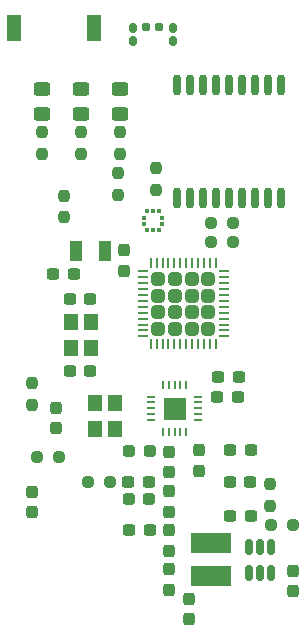
<source format=gbr>
%TF.GenerationSoftware,KiCad,Pcbnew,8.0.9-1.fc41*%
%TF.CreationDate,2025-08-22T18:06:54-04:00*%
%TF.ProjectId,OS-41,4f532d34-312e-46b6-9963-61645f706362,rev?*%
%TF.SameCoordinates,Original*%
%TF.FileFunction,Paste,Top*%
%TF.FilePolarity,Positive*%
%FSLAX46Y46*%
G04 Gerber Fmt 4.6, Leading zero omitted, Abs format (unit mm)*
G04 Created by KiCad (PCBNEW 8.0.9-1.fc41) date 2025-08-22 18:06:54*
%MOMM*%
%LPD*%
G01*
G04 APERTURE LIST*
G04 Aperture macros list*
%AMRoundRect*
0 Rectangle with rounded corners*
0 $1 Rounding radius*
0 $2 $3 $4 $5 $6 $7 $8 $9 X,Y pos of 4 corners*
0 Add a 4 corners polygon primitive as box body*
4,1,4,$2,$3,$4,$5,$6,$7,$8,$9,$2,$3,0*
0 Add four circle primitives for the rounded corners*
1,1,$1+$1,$2,$3*
1,1,$1+$1,$4,$5*
1,1,$1+$1,$6,$7*
1,1,$1+$1,$8,$9*
0 Add four rect primitives between the rounded corners*
20,1,$1+$1,$2,$3,$4,$5,0*
20,1,$1+$1,$4,$5,$6,$7,0*
20,1,$1+$1,$6,$7,$8,$9,0*
20,1,$1+$1,$8,$9,$2,$3,0*%
G04 Aperture macros list end*
%ADD10C,0.010000*%
%ADD11RoundRect,0.237500X-0.300000X-0.237500X0.300000X-0.237500X0.300000X0.237500X-0.300000X0.237500X0*%
%ADD12RoundRect,0.062500X0.062500X-0.287500X0.062500X0.287500X-0.062500X0.287500X-0.062500X-0.287500X0*%
%ADD13RoundRect,0.062500X0.287500X-0.062500X0.287500X0.062500X-0.287500X0.062500X-0.287500X-0.062500X0*%
%ADD14RoundRect,0.237500X-0.237500X0.250000X-0.237500X-0.250000X0.237500X-0.250000X0.237500X0.250000X0*%
%ADD15RoundRect,0.237500X-0.237500X0.287500X-0.237500X-0.287500X0.237500X-0.287500X0.237500X0.287500X0*%
%ADD16RoundRect,0.237500X0.237500X-0.250000X0.237500X0.250000X-0.237500X0.250000X-0.237500X-0.250000X0*%
%ADD17R,1.200000X1.400000*%
%ADD18RoundRect,0.160000X0.160000X-0.222500X0.160000X0.222500X-0.160000X0.222500X-0.160000X-0.222500X0*%
%ADD19R,3.500000X1.750000*%
%ADD20RoundRect,0.250000X-0.450000X0.325000X-0.450000X-0.325000X0.450000X-0.325000X0.450000X0.325000X0*%
%ADD21RoundRect,0.237500X0.300000X0.237500X-0.300000X0.237500X-0.300000X-0.237500X0.300000X-0.237500X0*%
%ADD22R,0.300000X0.300000*%
%ADD23RoundRect,0.150000X0.150000X-0.512500X0.150000X0.512500X-0.150000X0.512500X-0.150000X-0.512500X0*%
%ADD24RoundRect,0.237500X-0.250000X-0.237500X0.250000X-0.237500X0.250000X0.237500X-0.250000X0.237500X0*%
%ADD25RoundRect,0.237500X0.237500X-0.300000X0.237500X0.300000X-0.237500X0.300000X-0.237500X-0.300000X0*%
%ADD26R,1.000000X1.800000*%
%ADD27RoundRect,0.237500X0.250000X0.237500X-0.250000X0.237500X-0.250000X-0.237500X0.250000X-0.237500X0*%
%ADD28O,0.700000X1.770000*%
%ADD29RoundRect,0.237500X-0.237500X0.300000X-0.237500X-0.300000X0.237500X-0.300000X0.237500X0.300000X0*%
%ADD30RoundRect,0.250000X-0.315000X-0.315000X0.315000X-0.315000X0.315000X0.315000X-0.315000X0.315000X0*%
%ADD31RoundRect,0.062500X-0.375000X-0.062500X0.375000X-0.062500X0.375000X0.062500X-0.375000X0.062500X0*%
%ADD32RoundRect,0.062500X-0.062500X-0.375000X0.062500X-0.375000X0.062500X0.375000X-0.062500X0.375000X0*%
%ADD33R,1.168400X2.209800*%
%ADD34RoundRect,0.237500X-0.287500X-0.237500X0.287500X-0.237500X0.287500X0.237500X-0.287500X0.237500X0*%
%ADD35RoundRect,0.237500X0.237500X-0.287500X0.237500X0.287500X-0.237500X0.287500X-0.237500X-0.287500X0*%
%ADD36RoundRect,0.155000X0.212500X0.155000X-0.212500X0.155000X-0.212500X-0.155000X0.212500X-0.155000X0*%
G04 APERTURE END LIST*
D10*
%TO.C,U2*%
X139856597Y-114756597D02*
X138145000Y-114756597D01*
X138145000Y-113045000D01*
X139856597Y-113045000D01*
X139856597Y-114756597D01*
G36*
X139856597Y-114756597D02*
G01*
X138145000Y-114756597D01*
X138145000Y-113045000D01*
X139856597Y-113045000D01*
X139856597Y-114756597D01*
G37*
%TD*%
D11*
%TO.C,C2*%
X135175000Y-124200000D03*
X136900000Y-124200000D03*
%TD*%
D12*
%TO.C,U2*%
X138000000Y-115875000D03*
X138500000Y-115875000D03*
X139000000Y-115875000D03*
X139500000Y-115875000D03*
X140000000Y-115875000D03*
D13*
X140975000Y-114900000D03*
X140975000Y-114400000D03*
X140975000Y-113900000D03*
X140975000Y-113400000D03*
X140975000Y-112900000D03*
D12*
X140000000Y-111925000D03*
X139500000Y-111925000D03*
X139000000Y-111925000D03*
X138500000Y-111925000D03*
X138000000Y-111925000D03*
D13*
X137025000Y-112900000D03*
X137025000Y-113400000D03*
X137025000Y-113900000D03*
X137025000Y-114400000D03*
X137025000Y-114900000D03*
%TD*%
D14*
%TO.C,R13*%
X134200000Y-93987500D03*
X134200000Y-95812500D03*
%TD*%
D15*
%TO.C,L3*%
X138500000Y-120925001D03*
X138500000Y-122674999D03*
%TD*%
%TO.C,L4*%
X138500000Y-124225001D03*
X138500000Y-125974999D03*
%TD*%
D16*
%TO.C,R5*%
X129600000Y-97712500D03*
X129600000Y-95887500D03*
%TD*%
D17*
%TO.C,Y1*%
X131900000Y-108800000D03*
X131900000Y-106600000D03*
X130200000Y-106600000D03*
X130200000Y-108800000D03*
%TD*%
D14*
%TO.C,R7*%
X126900000Y-111775000D03*
X126900000Y-113600000D03*
%TD*%
D11*
%TO.C,C8*%
X142637500Y-112900000D03*
X144362500Y-112900000D03*
%TD*%
D18*
%TO.C,L9*%
X138850000Y-82822501D03*
X138850000Y-81677499D03*
%TD*%
D19*
%TO.C,L6*%
X142100000Y-125330000D03*
X142100000Y-128070000D03*
%TD*%
D20*
%TO.C,D1*%
X127800000Y-86900002D03*
X127800000Y-88950000D03*
%TD*%
D21*
%TO.C,C13*%
X145462501Y-117400000D03*
X143737499Y-117400000D03*
%TD*%
D22*
%TO.C,U6*%
X136420000Y-97750000D03*
X136420000Y-98250000D03*
X136700000Y-98780000D03*
X137200000Y-98780000D03*
X137700000Y-98780000D03*
X137980000Y-98250000D03*
X137980000Y-97750000D03*
X137700000Y-97220000D03*
X137200000Y-97220000D03*
X136700000Y-97220000D03*
%TD*%
D20*
%TO.C,D3*%
X134400000Y-86900002D03*
X134400000Y-88950000D03*
%TD*%
D11*
%TO.C,C9*%
X142700000Y-111200000D03*
X144425000Y-111200000D03*
%TD*%
D23*
%TO.C,U3*%
X145265002Y-127875000D03*
X146215001Y-127875000D03*
X147165000Y-127875000D03*
X147165000Y-125600000D03*
X146215001Y-125600000D03*
X145265002Y-125600000D03*
%TD*%
D24*
%TO.C,R4*%
X147175000Y-123800000D03*
X149000000Y-123800000D03*
%TD*%
D21*
%TO.C,C12*%
X145425001Y-120100000D03*
X143699999Y-120100000D03*
%TD*%
D25*
%TO.C,C3*%
X140200000Y-131762501D03*
X140200000Y-130037499D03*
%TD*%
D21*
%TO.C,C23*%
X131862501Y-110700000D03*
X130137499Y-110700000D03*
%TD*%
D25*
%TO.C,C11*%
X141100000Y-119162501D03*
X141100000Y-117437499D03*
%TD*%
D26*
%TO.C,Y2*%
X130650001Y-100600000D03*
X133149999Y-100600000D03*
%TD*%
D11*
%TO.C,C1*%
X135100000Y-120100000D03*
X136825000Y-120100000D03*
%TD*%
D25*
%TO.C,C5*%
X149000000Y-129362501D03*
X149000000Y-127637499D03*
%TD*%
D27*
%TO.C,R6*%
X129200000Y-118000000D03*
X127375000Y-118000000D03*
%TD*%
D11*
%TO.C,C24*%
X130137500Y-104600000D03*
X131862500Y-104600000D03*
%TD*%
D28*
%TO.C,U4*%
X139200000Y-96120001D03*
X140300000Y-96120001D03*
X141400000Y-96120002D03*
X142500000Y-96120001D03*
X143600000Y-96120002D03*
X144700000Y-96120001D03*
X145800000Y-96120002D03*
X146900000Y-96120001D03*
X148000000Y-96120001D03*
X148000000Y-86500001D03*
X146900000Y-86500001D03*
X145800000Y-86500000D03*
X144700000Y-86500001D03*
X143600000Y-86500000D03*
X142500000Y-86500001D03*
X141400000Y-86500000D03*
X140300000Y-86500001D03*
X139200000Y-86500001D03*
%TD*%
D29*
%TO.C,C22*%
X126900000Y-120937499D03*
X126900000Y-122662501D03*
%TD*%
D21*
%TO.C,C25*%
X130462501Y-102500000D03*
X128737499Y-102500000D03*
%TD*%
D30*
%TO.C,U7*%
X137637500Y-102950000D03*
X137637500Y-104350000D03*
X137637500Y-105750000D03*
X137637500Y-107150000D03*
X139037500Y-102950000D03*
X139037500Y-104350000D03*
X139037500Y-105750000D03*
X139037500Y-107150000D03*
X140437500Y-102950000D03*
X140437500Y-104350000D03*
X140437500Y-105750000D03*
X140437500Y-107150000D03*
X141837500Y-102950000D03*
X141837500Y-104350000D03*
X141837500Y-105750000D03*
X141837500Y-107150000D03*
D31*
X136300000Y-102300000D03*
X136300000Y-102800000D03*
X136300000Y-103300000D03*
X136300000Y-103800000D03*
X136300000Y-104300000D03*
X136300000Y-104800000D03*
X136300000Y-105300000D03*
X136300000Y-105800000D03*
X136300000Y-106300000D03*
X136300000Y-106800000D03*
X136300000Y-107300000D03*
X136300000Y-107800000D03*
D32*
X136987500Y-108487500D03*
X137487500Y-108487500D03*
X137987500Y-108487500D03*
X138487500Y-108487500D03*
X138987500Y-108487500D03*
X139487500Y-108487500D03*
X139987500Y-108487500D03*
X140487500Y-108487500D03*
X140987500Y-108487500D03*
X141487500Y-108487500D03*
X141987500Y-108487500D03*
X142487500Y-108487500D03*
D31*
X143175000Y-107800000D03*
X143175000Y-107300000D03*
X143175000Y-106800000D03*
X143175000Y-106300000D03*
X143175000Y-105800000D03*
X143175000Y-105300000D03*
X143175000Y-104800000D03*
X143175000Y-104300000D03*
X143175000Y-103800000D03*
X143175000Y-103300000D03*
X143175000Y-102800000D03*
X143175000Y-102300000D03*
D32*
X142487500Y-101612500D03*
X141987500Y-101612500D03*
X141487500Y-101612500D03*
X140987500Y-101612500D03*
X140487500Y-101612500D03*
X139987500Y-101612500D03*
X139487500Y-101612500D03*
X138987500Y-101612500D03*
X138487500Y-101612500D03*
X137987500Y-101612500D03*
X137487500Y-101612500D03*
X136987500Y-101612500D03*
%TD*%
D29*
%TO.C,C6*%
X138495000Y-117587499D03*
X138495000Y-119312501D03*
%TD*%
D14*
%TO.C,R11*%
X131100000Y-90512501D03*
X131100000Y-92337501D03*
%TD*%
D18*
%TO.C,L8*%
X135460000Y-82812501D03*
X135460000Y-81667499D03*
%TD*%
D21*
%TO.C,C10*%
X145462501Y-123000000D03*
X143737499Y-123000000D03*
%TD*%
D33*
%TO.C,AE2*%
X132155500Y-81680000D03*
X125424500Y-81680000D03*
%TD*%
D15*
%TO.C,L5*%
X138500000Y-127500000D03*
X138500000Y-129249998D03*
%TD*%
D34*
%TO.C,L1*%
X135150000Y-117500000D03*
X136900000Y-117500000D03*
%TD*%
D14*
%TO.C,R12*%
X134400000Y-90512501D03*
X134400000Y-92337501D03*
%TD*%
D34*
%TO.C,L2*%
X135125000Y-121600000D03*
X136875000Y-121600000D03*
%TD*%
D35*
%TO.C,L7*%
X129000000Y-115574999D03*
X129000000Y-113825001D03*
%TD*%
D17*
%TO.C,Y3*%
X134000000Y-115640000D03*
X134000000Y-113440000D03*
X132300000Y-113440000D03*
X132300000Y-115640000D03*
%TD*%
D36*
%TO.C,C29*%
X137727500Y-81580000D03*
X136592500Y-81580000D03*
%TD*%
D24*
%TO.C,R9*%
X142087500Y-99800000D03*
X143912500Y-99800000D03*
%TD*%
D27*
%TO.C,R2*%
X143912500Y-98200000D03*
X142087500Y-98200000D03*
%TD*%
D14*
%TO.C,R10*%
X127800000Y-90512501D03*
X127800000Y-92337501D03*
%TD*%
D25*
%TO.C,C26*%
X134700000Y-102225002D03*
X134700000Y-100500000D03*
%TD*%
D20*
%TO.C,D2*%
X131100000Y-86900002D03*
X131100000Y-88950000D03*
%TD*%
D14*
%TO.C,R3*%
X147100000Y-120300000D03*
X147100000Y-122125000D03*
%TD*%
D24*
%TO.C,R1*%
X131687500Y-120100000D03*
X133512500Y-120100000D03*
%TD*%
D16*
%TO.C,R14*%
X137400000Y-95412500D03*
X137400000Y-93587500D03*
%TD*%
M02*

</source>
